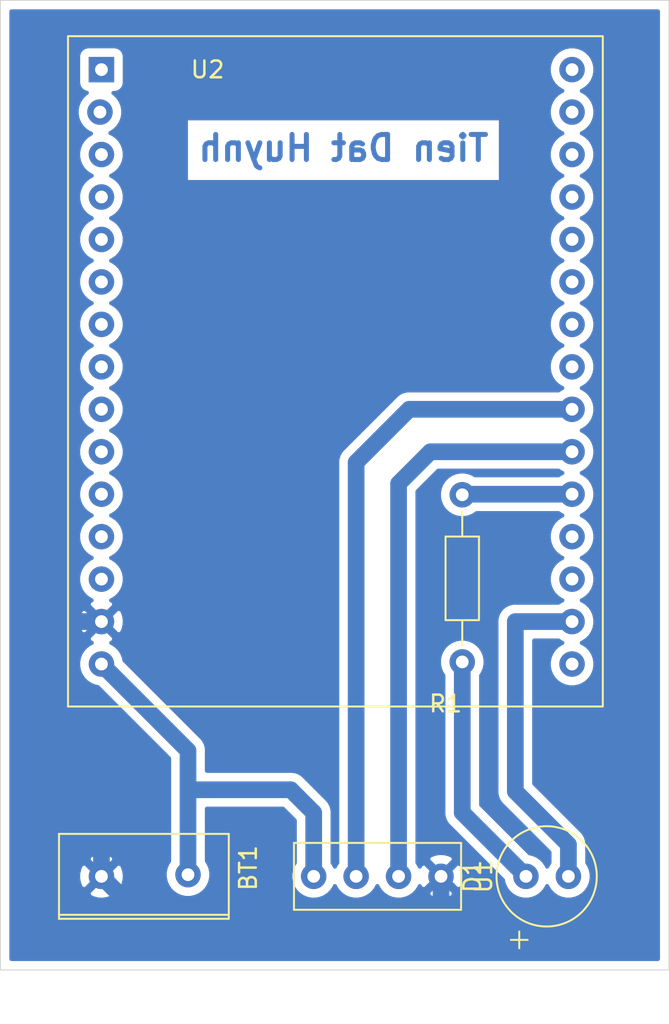
<source format=kicad_pcb>
(kicad_pcb (version 20171130) (host pcbnew 5.1.9-73d0e3b20d~88~ubuntu20.04.1)

  (general
    (thickness 1.6)
    (drawings 5)
    (tracks 28)
    (zones 0)
    (modules 5)
    (nets 32)
  )

  (page A4)
  (layers
    (0 F.Cu signal)
    (31 B.Cu signal)
    (32 B.Adhes user)
    (33 F.Adhes user)
    (34 B.Paste user)
    (35 F.Paste user)
    (36 B.SilkS user)
    (37 F.SilkS user)
    (38 B.Mask user)
    (39 F.Mask user)
    (40 Dwgs.User user)
    (41 Cmts.User user)
    (42 Eco1.User user)
    (43 Eco2.User user)
    (44 Edge.Cuts user)
    (45 Margin user)
    (46 B.CrtYd user)
    (47 F.CrtYd user)
    (48 B.Fab user)
    (49 F.Fab user)
  )

  (setup
    (last_trace_width 0.25)
    (user_trace_width 1)
    (trace_clearance 0.2)
    (zone_clearance 0.508)
    (zone_45_only no)
    (trace_min 0.2)
    (via_size 0.8)
    (via_drill 0.4)
    (via_min_size 0.4)
    (via_min_drill 0.3)
    (uvia_size 0.3)
    (uvia_drill 0.1)
    (uvias_allowed no)
    (uvia_min_size 0.2)
    (uvia_min_drill 0.1)
    (edge_width 0.05)
    (segment_width 0.2)
    (pcb_text_width 0.3)
    (pcb_text_size 1.5 1.5)
    (mod_edge_width 0.12)
    (mod_text_size 1 1)
    (mod_text_width 0.15)
    (pad_size 1.524 1.524)
    (pad_drill 0.762)
    (pad_to_mask_clearance 0)
    (aux_axis_origin 0 0)
    (visible_elements FFFFFF7F)
    (pcbplotparams
      (layerselection 0x010fc_ffffffff)
      (usegerberextensions false)
      (usegerberattributes true)
      (usegerberadvancedattributes true)
      (creategerberjobfile true)
      (excludeedgelayer true)
      (linewidth 0.100000)
      (plotframeref false)
      (viasonmask false)
      (mode 1)
      (useauxorigin false)
      (hpglpennumber 1)
      (hpglpenspeed 20)
      (hpglpendiameter 15.000000)
      (psnegative false)
      (psa4output false)
      (plotreference true)
      (plotvalue true)
      (plotinvisibletext false)
      (padsonsilk false)
      (subtractmaskfromsilk false)
      (outputformat 1)
      (mirror false)
      (drillshape 1)
      (scaleselection 1)
      (outputdirectory ""))
  )

  (net 0 "")
  (net 1 "Net-(BT1-Pad1)")
  (net 2 "Net-(BT1-Pad2)")
  (net 3 "Net-(D1-Pad1)")
  (net 4 "Net-(D1-Pad2)")
  (net 5 "Net-(R1-Pad2)")
  (net 6 "Net-(U1-Pad2)")
  (net 7 "Net-(U1-Pad3)")
  (net 8 "Net-(U2-Pad1)")
  (net 9 "Net-(U2-Pad2)")
  (net 10 "Net-(U2-Pad3)")
  (net 11 "Net-(U2-Pad4)")
  (net 12 "Net-(U2-Pad5)")
  (net 13 "Net-(U2-Pad6)")
  (net 14 "Net-(U2-Pad7)")
  (net 15 "Net-(U2-Pad8)")
  (net 16 "Net-(U2-Pad9)")
  (net 17 "Net-(U2-Pad10)")
  (net 18 "Net-(U2-Pad11)")
  (net 19 "Net-(U2-Pad12)")
  (net 20 "Net-(U2-Pad13)")
  (net 21 "Net-(U2-Pad16)")
  (net 22 "Net-(U2-Pad18)")
  (net 23 "Net-(U2-Pad19)")
  (net 24 "Net-(U2-Pad23)")
  (net 25 "Net-(U2-Pad24)")
  (net 26 "Net-(U2-Pad25)")
  (net 27 "Net-(U2-Pad26)")
  (net 28 "Net-(U2-Pad27)")
  (net 29 "Net-(U2-Pad28)")
  (net 30 "Net-(U2-Pad29)")
  (net 31 "Net-(U2-Pad30)")

  (net_class Default "This is the default net class."
    (clearance 0.2)
    (trace_width 0.25)
    (via_dia 0.8)
    (via_drill 0.4)
    (uvia_dia 0.3)
    (uvia_drill 0.1)
    (add_net "Net-(BT1-Pad1)")
    (add_net "Net-(BT1-Pad2)")
    (add_net "Net-(D1-Pad1)")
    (add_net "Net-(D1-Pad2)")
    (add_net "Net-(R1-Pad2)")
    (add_net "Net-(U1-Pad2)")
    (add_net "Net-(U1-Pad3)")
    (add_net "Net-(U2-Pad1)")
    (add_net "Net-(U2-Pad10)")
    (add_net "Net-(U2-Pad11)")
    (add_net "Net-(U2-Pad12)")
    (add_net "Net-(U2-Pad13)")
    (add_net "Net-(U2-Pad16)")
    (add_net "Net-(U2-Pad18)")
    (add_net "Net-(U2-Pad19)")
    (add_net "Net-(U2-Pad2)")
    (add_net "Net-(U2-Pad23)")
    (add_net "Net-(U2-Pad24)")
    (add_net "Net-(U2-Pad25)")
    (add_net "Net-(U2-Pad26)")
    (add_net "Net-(U2-Pad27)")
    (add_net "Net-(U2-Pad28)")
    (add_net "Net-(U2-Pad29)")
    (add_net "Net-(U2-Pad3)")
    (add_net "Net-(U2-Pad30)")
    (add_net "Net-(U2-Pad4)")
    (add_net "Net-(U2-Pad5)")
    (add_net "Net-(U2-Pad6)")
    (add_net "Net-(U2-Pad7)")
    (add_net "Net-(U2-Pad8)")
    (add_net "Net-(U2-Pad9)")
  )

  (module Light_Remote:Domino_2_5.05mm (layer F.Cu) (tedit 5FCAF1AB) (tstamp 5FFDFAAB)
    (at 111.125 152.4 270)
    (path /5FFC878E)
    (fp_text reference BT1 (at -0.5 -3.7 90) (layer F.SilkS)
      (effects (font (size 1 1) (thickness 0.15)))
    )
    (fp_text value Battery_Pins (at 4.1 8.8 90) (layer F.Fab)
      (effects (font (size 1 1) (thickness 0.15)))
    )
    (fp_line (start 2.3 -2.5) (end 2.3 7.6) (layer F.SilkS) (width 0.12))
    (fp_line (start -2.54 7.62) (end -2.54 -2.54) (layer F.SilkS) (width 0.12))
    (fp_line (start 2.54 7.62) (end -2.54 7.62) (layer F.SilkS) (width 0.12))
    (fp_line (start 2.54 -2.54) (end 2.54 7.62) (layer F.SilkS) (width 0.12))
    (fp_line (start -2.54 -2.54) (end 2.54 -2.54) (layer F.SilkS) (width 0.12))
    (pad 1 thru_hole circle (at -0.1 -0.1 270) (size 1.524 1.524) (drill 0.762) (layers *.Cu *.Mask)
      (net 1 "Net-(BT1-Pad1)"))
    (pad 2 thru_hole circle (at 0 5.08 270) (size 1.524 1.524) (drill 0.762) (layers *.Cu *.Mask)
      (net 2 "Net-(BT1-Pad2)"))
  )

  (module Light_Remote:Led (layer F.Cu) (tedit 5FCAEF48) (tstamp 5FFDFDC4)
    (at 131.445 152.4 90)
    (path /5FFC9544)
    (fp_text reference D1 (at 0 -3.2 90) (layer F.SilkS)
      (effects (font (size 1 1) (thickness 0.15)))
    )
    (fp_text value LED (at 0 6 90) (layer F.Fab)
      (effects (font (size 1 1) (thickness 0.15)))
    )
    (fp_line (start -3.8 0.1) (end -3.8 -0.9) (layer F.SilkS) (width 0.12))
    (fp_line (start -4.3 -0.4) (end -3.3 -0.4) (layer F.SilkS) (width 0.12))
    (fp_circle (center 0 1.24) (end 3 1.24) (layer F.SilkS) (width 0.12))
    (pad 1 thru_hole circle (at 0 0 90) (size 1.524 1.524) (drill 0.762) (layers *.Cu *.Mask)
      (net 3 "Net-(D1-Pad1)"))
    (pad 2 thru_hole circle (at 0 2.54 90) (size 1.524 1.524) (drill 0.762) (layers *.Cu *.Mask)
      (net 4 "Net-(D1-Pad2)"))
  )

  (module Light_Remote:Resistor (layer F.Cu) (tedit 5FCAEDDC) (tstamp 5FFDF8FE)
    (at 127.635 139.573 180)
    (path /5FFC9C81)
    (fp_text reference R1 (at 1 -2.5) (layer F.SilkS)
      (effects (font (size 1 1) (thickness 0.15)))
    )
    (fp_text value Resistor (at 2 13) (layer F.Fab)
      (effects (font (size 1 1) (thickness 0.15)))
    )
    (fp_line (start 0 8.5) (end 0 9) (layer F.SilkS) (width 0.12))
    (fp_line (start 0 1.5) (end 0 1) (layer F.SilkS) (width 0.12))
    (fp_line (start 0 7.5) (end 0 8.5) (layer F.SilkS) (width 0.12))
    (fp_line (start 0 2.5) (end 0 1.5) (layer F.SilkS) (width 0.12))
    (fp_line (start -1 7.5) (end -1 2.5) (layer F.SilkS) (width 0.12))
    (fp_line (start 1 7.5) (end -1 7.5) (layer F.SilkS) (width 0.12))
    (fp_line (start 1 2.5) (end 1 7.5) (layer F.SilkS) (width 0.12))
    (fp_line (start -1 2.5) (end 1 2.5) (layer F.SilkS) (width 0.12))
    (pad 1 thru_hole circle (at 0 0 180) (size 1.524 1.524) (drill 0.762) (layers *.Cu *.Mask)
      (net 3 "Net-(D1-Pad1)"))
    (pad 2 thru_hole circle (at 0 10 180) (size 1.524 1.524) (drill 0.762) (layers *.Cu *.Mask)
      (net 5 "Net-(R1-Pad2)"))
  )

  (module Light_Remote:Module_Relay (layer F.Cu) (tedit 5FFC6D8D) (tstamp 5FFDF90A)
    (at 126.365 152.4 270)
    (path /5FFDD21E)
    (fp_text reference U1 (at 0 -2.54 90) (layer F.SilkS)
      (effects (font (size 1 1) (thickness 0.15)))
    )
    (fp_text value Module_Relay (at 2.54 10.16 90) (layer F.Fab)
      (effects (font (size 1 1) (thickness 0.15)))
    )
    (fp_line (start -2 8.8) (end 2 8.8) (layer F.SilkS) (width 0.12))
    (fp_line (start -2 -1.2) (end 2 -1.2) (layer F.SilkS) (width 0.12))
    (fp_line (start 2 -1.2) (end 2 8.8) (layer F.SilkS) (width 0.12))
    (fp_line (start -2 -1.2) (end -2 8.8) (layer F.SilkS) (width 0.12))
    (pad 1 thru_hole circle (at 0 0 270) (size 1.524 1.524) (drill 0.762) (layers *.Cu *.Mask)
      (net 2 "Net-(BT1-Pad2)"))
    (pad 2 thru_hole circle (at 0 2.54 270) (size 1.524 1.524) (drill 0.762) (layers *.Cu *.Mask)
      (net 6 "Net-(U1-Pad2)"))
    (pad 3 thru_hole circle (at 0 5.08 270) (size 1.524 1.524) (drill 0.762) (layers *.Cu *.Mask)
      (net 7 "Net-(U1-Pad3)"))
    (pad 4 thru_hole circle (at 0 7.62 270) (size 1.524 1.524) (drill 0.762) (layers *.Cu *.Mask)
      (net 1 "Net-(BT1-Pad1)"))
  )

  (module Light_Remote:ESP8266_Node (layer F.Cu) (tedit 5FFD9248) (tstamp 5FFDF930)
    (at 106.045 104.14)
    (path /5FFC7CFF)
    (fp_text reference U2 (at 6.35 0) (layer F.SilkS)
      (effects (font (size 1 1) (thickness 0.15)))
    )
    (fp_text value ESP8266 (at 14.605 0.635) (layer F.Fab)
      (effects (font (size 1 1) (thickness 0.15)))
    )
    (fp_line (start -2 -2) (end 30 -2) (layer F.SilkS) (width 0.12))
    (fp_line (start 30 -2) (end 30 38.1) (layer F.SilkS) (width 0.12))
    (fp_line (start 30 38.1) (end -2 38.1) (layer F.SilkS) (width 0.12))
    (fp_line (start -2 -2) (end -2 38.1) (layer F.SilkS) (width 0.12))
    (pad 1 thru_hole rect (at 0 0) (size 1.524 1.524) (drill 0.762) (layers *.Cu *.Mask)
      (net 8 "Net-(U2-Pad1)"))
    (pad 2 thru_hole circle (at -0.0889 2.54) (size 1.524 1.524) (drill 0.762) (layers *.Cu *.Mask)
      (net 9 "Net-(U2-Pad2)"))
    (pad 3 thru_hole circle (at 0 5.08) (size 1.524 1.524) (drill 0.762) (layers *.Cu *.Mask)
      (net 10 "Net-(U2-Pad3)"))
    (pad 4 thru_hole circle (at 0 7.62) (size 1.524 1.524) (drill 0.762) (layers *.Cu *.Mask)
      (net 11 "Net-(U2-Pad4)"))
    (pad 5 thru_hole circle (at 0 10.16) (size 1.524 1.524) (drill 0.762) (layers *.Cu *.Mask)
      (net 12 "Net-(U2-Pad5)"))
    (pad 6 thru_hole circle (at 0 12.7) (size 1.524 1.524) (drill 0.762) (layers *.Cu *.Mask)
      (net 13 "Net-(U2-Pad6)"))
    (pad 7 thru_hole circle (at 0 15.24) (size 1.524 1.524) (drill 0.762) (layers *.Cu *.Mask)
      (net 14 "Net-(U2-Pad7)"))
    (pad 8 thru_hole circle (at 0 17.78) (size 1.524 1.524) (drill 0.762) (layers *.Cu *.Mask)
      (net 15 "Net-(U2-Pad8)"))
    (pad 9 thru_hole circle (at 0 20.32) (size 1.524 1.524) (drill 0.762) (layers *.Cu *.Mask)
      (net 16 "Net-(U2-Pad9)"))
    (pad 10 thru_hole circle (at 0 22.86) (size 1.524 1.524) (drill 0.762) (layers *.Cu *.Mask)
      (net 17 "Net-(U2-Pad10)"))
    (pad 11 thru_hole circle (at 0 25.4) (size 1.524 1.524) (drill 0.762) (layers *.Cu *.Mask)
      (net 18 "Net-(U2-Pad11)"))
    (pad 12 thru_hole circle (at 0 27.94) (size 1.524 1.524) (drill 0.762) (layers *.Cu *.Mask)
      (net 19 "Net-(U2-Pad12)"))
    (pad 13 thru_hole circle (at 0 30.48) (size 1.524 1.524) (drill 0.762) (layers *.Cu *.Mask)
      (net 20 "Net-(U2-Pad13)"))
    (pad 14 thru_hole circle (at 0 33.02) (size 1.524 1.524) (drill 0.762) (layers *.Cu *.Mask)
      (net 2 "Net-(BT1-Pad2)"))
    (pad 15 thru_hole circle (at 0 35.56) (size 1.524 1.524) (drill 0.762) (layers *.Cu *.Mask)
      (net 1 "Net-(BT1-Pad1)"))
    (pad 16 thru_hole circle (at 28.16 35.56) (size 1.524 1.524) (drill 0.762) (layers *.Cu *.Mask)
      (net 21 "Net-(U2-Pad16)"))
    (pad 17 thru_hole circle (at 28.16 33.02) (size 1.524 1.524) (drill 0.762) (layers *.Cu *.Mask)
      (net 4 "Net-(D1-Pad2)"))
    (pad 18 thru_hole circle (at 28.16 30.48) (size 1.524 1.524) (drill 0.762) (layers *.Cu *.Mask)
      (net 22 "Net-(U2-Pad18)"))
    (pad 19 thru_hole circle (at 28.16 27.94) (size 1.524 1.524) (drill 0.762) (layers *.Cu *.Mask)
      (net 23 "Net-(U2-Pad19)"))
    (pad 20 thru_hole circle (at 28.16 25.4) (size 1.524 1.524) (drill 0.762) (layers *.Cu *.Mask)
      (net 5 "Net-(R1-Pad2)"))
    (pad 21 thru_hole circle (at 28.16 22.86) (size 1.524 1.524) (drill 0.762) (layers *.Cu *.Mask)
      (net 6 "Net-(U1-Pad2)"))
    (pad 22 thru_hole circle (at 28.16 20.32) (size 1.524 1.524) (drill 0.762) (layers *.Cu *.Mask)
      (net 7 "Net-(U1-Pad3)"))
    (pad 23 thru_hole circle (at 28.16 17.78) (size 1.524 1.524) (drill 0.762) (layers *.Cu *.Mask)
      (net 24 "Net-(U2-Pad23)"))
    (pad 24 thru_hole circle (at 28.16 15.24) (size 1.524 1.524) (drill 0.762) (layers *.Cu *.Mask)
      (net 25 "Net-(U2-Pad24)"))
    (pad 25 thru_hole circle (at 28.16 12.7) (size 1.524 1.524) (drill 0.762) (layers *.Cu *.Mask)
      (net 26 "Net-(U2-Pad25)"))
    (pad 26 thru_hole circle (at 28.16 10.16) (size 1.524 1.524) (drill 0.762) (layers *.Cu *.Mask)
      (net 27 "Net-(U2-Pad26)"))
    (pad 27 thru_hole circle (at 28.16 7.62) (size 1.524 1.524) (drill 0.762) (layers *.Cu *.Mask)
      (net 28 "Net-(U2-Pad27)"))
    (pad 28 thru_hole circle (at 28.16 5.08) (size 1.524 1.524) (drill 0.762) (layers *.Cu *.Mask)
      (net 29 "Net-(U2-Pad28)"))
    (pad 29 thru_hole circle (at 28.16 2.54) (size 1.524 1.524) (drill 0.762) (layers *.Cu *.Mask)
      (net 30 "Net-(U2-Pad29)"))
    (pad 30 thru_hole circle (at 28.16 0) (size 1.524 1.524) (drill 0.762) (layers *.Cu *.Mask)
      (net 31 "Net-(U2-Pad30)"))
  )

  (gr_text "Tien Dat Huynh" (at 120.523 108.839) (layer B.Cu)
    (effects (font (size 1.5 1.5) (thickness 0.3)) (justify mirror))
  )
  (gr_line (start 100 158) (end 140 158) (layer Edge.Cuts) (width 0.05) (tstamp 5FFDF595))
  (gr_line (start 100 100) (end 140 100) (layer Edge.Cuts) (width 0.05) (tstamp 5FFDF57F))
  (gr_line (start 100 100) (end 100 158) (layer Edge.Cuts) (width 0.05) (tstamp 5FFDF57F))
  (gr_line (start 140 100) (end 140 158) (layer Edge.Cuts) (width 0.05))

  (segment (start 111.225 144.88) (end 106.045 139.7) (width 1) (layer B.Cu) (net 1))
  (segment (start 118.745 152.4) (end 118.745 148.59) (width 1) (layer B.Cu) (net 1))
  (segment (start 117.375 147.22) (end 111.225 147.22) (width 1) (layer B.Cu) (net 1))
  (segment (start 118.745 148.59) (end 117.375 147.22) (width 1) (layer B.Cu) (net 1))
  (segment (start 111.225 147.22) (end 111.225 144.88) (width 1) (layer B.Cu) (net 1))
  (segment (start 111.225 152.3) (end 111.225 147.22) (width 1) (layer B.Cu) (net 1))
  (segment (start 126.365 152.4) (end 126.365 154.94) (width 1) (layer B.Cu) (net 2))
  (segment (start 108.585 154.94) (end 106.045 152.4) (width 1) (layer B.Cu) (net 2))
  (segment (start 126.365 154.94) (end 108.585 154.94) (width 1) (layer B.Cu) (net 2))
  (segment (start 103.505 137.16) (end 106.045 137.16) (width 1) (layer B.Cu) (net 2))
  (segment (start 102.235 138.43) (end 103.505 137.16) (width 1) (layer B.Cu) (net 2))
  (segment (start 102.235 143.51) (end 102.235 138.43) (width 1) (layer B.Cu) (net 2))
  (segment (start 106.045 147.32) (end 102.235 143.51) (width 1) (layer B.Cu) (net 2))
  (segment (start 106.045 152.4) (end 106.045 147.32) (width 1) (layer B.Cu) (net 2))
  (segment (start 127.635 148.59) (end 131.445 152.4) (width 1) (layer B.Cu) (net 3))
  (segment (start 127.635 139.573) (end 127.635 148.59) (width 1) (layer B.Cu) (net 3))
  (segment (start 133.985 152.4) (end 133.985 150.495) (width 1) (layer B.Cu) (net 4))
  (segment (start 133.985 150.495) (end 130.81 147.32) (width 1) (layer B.Cu) (net 4))
  (segment (start 130.81 147.32) (end 130.81 137.16) (width 1) (layer B.Cu) (net 4))
  (segment (start 130.81 137.16) (end 134.205 137.16) (width 1) (layer B.Cu) (net 4))
  (segment (start 127.668 129.54) (end 127.635 129.573) (width 1) (layer B.Cu) (net 5))
  (segment (start 134.205 129.54) (end 127.668 129.54) (width 1) (layer B.Cu) (net 5))
  (segment (start 125.73 127) (end 134.205 127) (width 1) (layer B.Cu) (net 6))
  (segment (start 123.825 128.905) (end 125.73 127) (width 1) (layer B.Cu) (net 6))
  (segment (start 123.825 152.4) (end 123.825 128.905) (width 1) (layer B.Cu) (net 6))
  (segment (start 121.285 152.4) (end 121.285 127.635) (width 1) (layer B.Cu) (net 7))
  (segment (start 124.46 124.46) (end 134.205 124.46) (width 1) (layer B.Cu) (net 7))
  (segment (start 121.285 127.635) (end 124.46 124.46) (width 1) (layer B.Cu) (net 7))

  (zone (net 2) (net_name "Net-(BT1-Pad2)") (layer B.Cu) (tstamp 0) (hatch full 0.508)
    (connect_pads (clearance 0.508))
    (min_thickness 0.254)
    (fill yes (arc_segments 32) (thermal_gap 0.508) (thermal_bridge_width 0.508))
    (polygon
      (pts
        (xy 139.97432 157.9753) (xy 100.0252 157.9753) (xy 100.0252 100.02266) (xy 139.97686 100.02266)
      )
    )
    (filled_polygon
      (pts
        (xy 139.340001 157.34) (xy 100.66 157.34) (xy 100.66 153.365565) (xy 105.25904 153.365565) (xy 105.32602 153.605656)
        (xy 105.575048 153.722756) (xy 105.842135 153.789023) (xy 106.117017 153.80191) (xy 106.389133 153.760922) (xy 106.648023 153.667636)
        (xy 106.76398 153.605656) (xy 106.83096 153.365565) (xy 106.045 152.579605) (xy 105.25904 153.365565) (xy 100.66 153.365565)
        (xy 100.66 152.472017) (xy 104.64309 152.472017) (xy 104.684078 152.744133) (xy 104.777364 153.003023) (xy 104.839344 153.11898)
        (xy 105.079435 153.18596) (xy 105.865395 152.4) (xy 106.224605 152.4) (xy 107.010565 153.18596) (xy 107.250656 153.11898)
        (xy 107.367756 152.869952) (xy 107.434023 152.602865) (xy 107.44691 152.327983) (xy 107.405922 152.055867) (xy 107.312636 151.796977)
        (xy 107.250656 151.68102) (xy 107.010565 151.61404) (xy 106.224605 152.4) (xy 105.865395 152.4) (xy 105.079435 151.61404)
        (xy 104.839344 151.68102) (xy 104.722244 151.930048) (xy 104.655977 152.197135) (xy 104.64309 152.472017) (xy 100.66 152.472017)
        (xy 100.66 151.434435) (xy 105.25904 151.434435) (xy 106.045 152.220395) (xy 106.83096 151.434435) (xy 106.76398 151.194344)
        (xy 106.514952 151.077244) (xy 106.247865 151.010977) (xy 105.972983 150.99809) (xy 105.700867 151.039078) (xy 105.441977 151.132364)
        (xy 105.32602 151.194344) (xy 105.25904 151.434435) (xy 100.66 151.434435) (xy 100.66 139.562408) (xy 104.648 139.562408)
        (xy 104.648 139.837592) (xy 104.701686 140.10749) (xy 104.806995 140.361727) (xy 104.95988 140.590535) (xy 105.154465 140.78512)
        (xy 105.383273 140.938005) (xy 105.63751 141.043314) (xy 105.819354 141.079485) (xy 110.090001 145.350133) (xy 110.09 147.164248)
        (xy 110.084509 147.22) (xy 110.090001 147.275762) (xy 110.09 151.484115) (xy 109.986995 151.638273) (xy 109.881686 151.89251)
        (xy 109.828 152.162408) (xy 109.828 152.437592) (xy 109.881686 152.70749) (xy 109.986995 152.961727) (xy 110.13988 153.190535)
        (xy 110.334465 153.38512) (xy 110.563273 153.538005) (xy 110.81751 153.643314) (xy 111.087408 153.697) (xy 111.362592 153.697)
        (xy 111.63249 153.643314) (xy 111.886727 153.538005) (xy 112.115535 153.38512) (xy 112.31012 153.190535) (xy 112.463005 152.961727)
        (xy 112.568314 152.70749) (xy 112.622 152.437592) (xy 112.622 152.162408) (xy 112.568314 151.89251) (xy 112.463005 151.638273)
        (xy 112.36 151.484116) (xy 112.36 148.355) (xy 116.904868 148.355) (xy 117.610001 149.060133) (xy 117.61 151.584115)
        (xy 117.506995 151.738273) (xy 117.401686 151.99251) (xy 117.348 152.262408) (xy 117.348 152.537592) (xy 117.401686 152.80749)
        (xy 117.506995 153.061727) (xy 117.65988 153.290535) (xy 117.854465 153.48512) (xy 118.083273 153.638005) (xy 118.33751 153.743314)
        (xy 118.607408 153.797) (xy 118.882592 153.797) (xy 119.15249 153.743314) (xy 119.406727 153.638005) (xy 119.635535 153.48512)
        (xy 119.83012 153.290535) (xy 119.983005 153.061727) (xy 120.015 152.984485) (xy 120.046995 153.061727) (xy 120.19988 153.290535)
        (xy 120.394465 153.48512) (xy 120.623273 153.638005) (xy 120.87751 153.743314) (xy 121.147408 153.797) (xy 121.422592 153.797)
        (xy 121.69249 153.743314) (xy 121.946727 153.638005) (xy 122.175535 153.48512) (xy 122.37012 153.290535) (xy 122.523005 153.061727)
        (xy 122.555 152.984485) (xy 122.586995 153.061727) (xy 122.73988 153.290535) (xy 122.934465 153.48512) (xy 123.163273 153.638005)
        (xy 123.41751 153.743314) (xy 123.687408 153.797) (xy 123.962592 153.797) (xy 124.23249 153.743314) (xy 124.486727 153.638005)
        (xy 124.715535 153.48512) (xy 124.83509 153.365565) (xy 125.57904 153.365565) (xy 125.64602 153.605656) (xy 125.895048 153.722756)
        (xy 126.162135 153.789023) (xy 126.437017 153.80191) (xy 126.709133 153.760922) (xy 126.968023 153.667636) (xy 127.08398 153.605656)
        (xy 127.15096 153.365565) (xy 126.365 152.579605) (xy 125.57904 153.365565) (xy 124.83509 153.365565) (xy 124.91012 153.290535)
        (xy 125.063005 153.061727) (xy 125.092692 152.990057) (xy 125.097364 153.003023) (xy 125.159344 153.11898) (xy 125.399435 153.18596)
        (xy 126.185395 152.4) (xy 126.544605 152.4) (xy 127.330565 153.18596) (xy 127.570656 153.11898) (xy 127.687756 152.869952)
        (xy 127.754023 152.602865) (xy 127.76691 152.327983) (xy 127.725922 152.055867) (xy 127.632636 151.796977) (xy 127.570656 151.68102)
        (xy 127.330565 151.61404) (xy 126.544605 152.4) (xy 126.185395 152.4) (xy 125.399435 151.61404) (xy 125.159344 151.68102)
        (xy 125.095515 151.81676) (xy 125.063005 151.738273) (xy 124.96 151.584116) (xy 124.96 151.434435) (xy 125.57904 151.434435)
        (xy 126.365 152.220395) (xy 127.15096 151.434435) (xy 127.08398 151.194344) (xy 126.834952 151.077244) (xy 126.567865 151.010977)
        (xy 126.292983 150.99809) (xy 126.020867 151.039078) (xy 125.761977 151.132364) (xy 125.64602 151.194344) (xy 125.57904 151.434435)
        (xy 124.96 151.434435) (xy 124.96 129.375131) (xy 126.200132 128.135) (xy 133.389116 128.135) (xy 133.543273 128.238005)
        (xy 133.620515 128.27) (xy 133.543273 128.301995) (xy 133.389116 128.405) (xy 128.401497 128.405) (xy 128.296727 128.334995)
        (xy 128.04249 128.229686) (xy 127.772592 128.176) (xy 127.497408 128.176) (xy 127.22751 128.229686) (xy 126.973273 128.334995)
        (xy 126.744465 128.48788) (xy 126.54988 128.682465) (xy 126.396995 128.911273) (xy 126.291686 129.16551) (xy 126.238 129.435408)
        (xy 126.238 129.710592) (xy 126.291686 129.98049) (xy 126.396995 130.234727) (xy 126.54988 130.463535) (xy 126.744465 130.65812)
        (xy 126.973273 130.811005) (xy 127.22751 130.916314) (xy 127.497408 130.97) (xy 127.772592 130.97) (xy 128.04249 130.916314)
        (xy 128.296727 130.811005) (xy 128.500272 130.675) (xy 133.389116 130.675) (xy 133.543273 130.778005) (xy 133.620515 130.81)
        (xy 133.543273 130.841995) (xy 133.314465 130.99488) (xy 133.11988 131.189465) (xy 132.966995 131.418273) (xy 132.861686 131.67251)
        (xy 132.808 131.942408) (xy 132.808 132.217592) (xy 132.861686 132.48749) (xy 132.966995 132.741727) (xy 133.11988 132.970535)
        (xy 133.314465 133.16512) (xy 133.543273 133.318005) (xy 133.620515 133.35) (xy 133.543273 133.381995) (xy 133.314465 133.53488)
        (xy 133.11988 133.729465) (xy 132.966995 133.958273) (xy 132.861686 134.21251) (xy 132.808 134.482408) (xy 132.808 134.757592)
        (xy 132.861686 135.02749) (xy 132.966995 135.281727) (xy 133.11988 135.510535) (xy 133.314465 135.70512) (xy 133.543273 135.858005)
        (xy 133.620515 135.89) (xy 133.543273 135.921995) (xy 133.389116 136.025) (xy 130.865752 136.025) (xy 130.81 136.019509)
        (xy 130.754249 136.025) (xy 130.754248 136.025) (xy 130.587501 136.041423) (xy 130.373553 136.106324) (xy 130.176377 136.211716)
        (xy 130.003551 136.353551) (xy 129.861716 136.526377) (xy 129.756324 136.723553) (xy 129.691423 136.937501) (xy 129.669509 137.16)
        (xy 129.675001 137.215762) (xy 129.675 147.264248) (xy 129.669509 147.32) (xy 129.675 147.375751) (xy 129.691423 147.542498)
        (xy 129.756324 147.756446) (xy 129.861716 147.953623) (xy 130.003551 148.126449) (xy 130.046865 148.161996) (xy 132.850001 150.965133)
        (xy 132.85 151.584115) (xy 132.746995 151.738273) (xy 132.715 151.815515) (xy 132.683005 151.738273) (xy 132.53012 151.509465)
        (xy 132.335535 151.31488) (xy 132.106727 151.161995) (xy 131.85249 151.056686) (xy 131.670648 151.020515) (xy 128.77 148.119869)
        (xy 128.77 140.388884) (xy 128.873005 140.234727) (xy 128.978314 139.98049) (xy 129.032 139.710592) (xy 129.032 139.435408)
        (xy 128.978314 139.16551) (xy 128.873005 138.911273) (xy 128.72012 138.682465) (xy 128.525535 138.48788) (xy 128.296727 138.334995)
        (xy 128.04249 138.229686) (xy 127.772592 138.176) (xy 127.497408 138.176) (xy 127.22751 138.229686) (xy 126.973273 138.334995)
        (xy 126.744465 138.48788) (xy 126.54988 138.682465) (xy 126.396995 138.911273) (xy 126.291686 139.16551) (xy 126.238 139.435408)
        (xy 126.238 139.710592) (xy 126.291686 139.98049) (xy 126.396995 140.234727) (xy 126.5 140.388885) (xy 126.500001 148.534239)
        (xy 126.494509 148.59) (xy 126.516423 148.812498) (xy 126.581324 149.026446) (xy 126.581325 149.026447) (xy 126.686717 149.223623)
        (xy 126.828552 149.396449) (xy 126.871858 149.431989) (xy 130.065515 152.625648) (xy 130.101686 152.80749) (xy 130.206995 153.061727)
        (xy 130.35988 153.290535) (xy 130.554465 153.48512) (xy 130.783273 153.638005) (xy 131.03751 153.743314) (xy 131.307408 153.797)
        (xy 131.582592 153.797) (xy 131.85249 153.743314) (xy 132.106727 153.638005) (xy 132.335535 153.48512) (xy 132.53012 153.290535)
        (xy 132.683005 153.061727) (xy 132.715 152.984485) (xy 132.746995 153.061727) (xy 132.89988 153.290535) (xy 133.094465 153.48512)
        (xy 133.323273 153.638005) (xy 133.57751 153.743314) (xy 133.847408 153.797) (xy 134.122592 153.797) (xy 134.39249 153.743314)
        (xy 134.646727 153.638005) (xy 134.875535 153.48512) (xy 135.07012 153.290535) (xy 135.223005 153.061727) (xy 135.328314 152.80749)
        (xy 135.382 152.537592) (xy 135.382 152.262408) (xy 135.328314 151.99251) (xy 135.223005 151.738273) (xy 135.12 151.584116)
        (xy 135.12 150.550751) (xy 135.125491 150.494999) (xy 135.103577 150.272501) (xy 135.038676 150.058553) (xy 134.933284 149.861377)
        (xy 134.791449 149.688551) (xy 134.748141 149.653009) (xy 131.945 146.849869) (xy 131.945 138.295) (xy 133.389116 138.295)
        (xy 133.543273 138.398005) (xy 133.620515 138.43) (xy 133.543273 138.461995) (xy 133.314465 138.61488) (xy 133.11988 138.809465)
        (xy 132.966995 139.038273) (xy 132.861686 139.29251) (xy 132.808 139.562408) (xy 132.808 139.837592) (xy 132.861686 140.10749)
        (xy 132.966995 140.361727) (xy 133.11988 140.590535) (xy 133.314465 140.78512) (xy 133.543273 140.938005) (xy 133.79751 141.043314)
        (xy 134.067408 141.097) (xy 134.342592 141.097) (xy 134.61249 141.043314) (xy 134.866727 140.938005) (xy 135.095535 140.78512)
        (xy 135.29012 140.590535) (xy 135.443005 140.361727) (xy 135.548314 140.10749) (xy 135.602 139.837592) (xy 135.602 139.562408)
        (xy 135.548314 139.29251) (xy 135.443005 139.038273) (xy 135.29012 138.809465) (xy 135.095535 138.61488) (xy 134.866727 138.461995)
        (xy 134.789485 138.43) (xy 134.866727 138.398005) (xy 135.095535 138.24512) (xy 135.29012 138.050535) (xy 135.443005 137.821727)
        (xy 135.548314 137.56749) (xy 135.602 137.297592) (xy 135.602 137.022408) (xy 135.548314 136.75251) (xy 135.443005 136.498273)
        (xy 135.29012 136.269465) (xy 135.095535 136.07488) (xy 134.866727 135.921995) (xy 134.789485 135.89) (xy 134.866727 135.858005)
        (xy 135.095535 135.70512) (xy 135.29012 135.510535) (xy 135.443005 135.281727) (xy 135.548314 135.02749) (xy 135.602 134.757592)
        (xy 135.602 134.482408) (xy 135.548314 134.21251) (xy 135.443005 133.958273) (xy 135.29012 133.729465) (xy 135.095535 133.53488)
        (xy 134.866727 133.381995) (xy 134.789485 133.35) (xy 134.866727 133.318005) (xy 135.095535 133.16512) (xy 135.29012 132.970535)
        (xy 135.443005 132.741727) (xy 135.548314 132.48749) (xy 135.602 132.217592) (xy 135.602 131.942408) (xy 135.548314 131.67251)
        (xy 135.443005 131.418273) (xy 135.29012 131.189465) (xy 135.095535 130.99488) (xy 134.866727 130.841995) (xy 134.789485 130.81)
        (xy 134.866727 130.778005) (xy 135.095535 130.62512) (xy 135.29012 130.430535) (xy 135.443005 130.201727) (xy 135.548314 129.94749)
        (xy 135.602 129.677592) (xy 135.602 129.402408) (xy 135.548314 129.13251) (xy 135.443005 128.878273) (xy 135.29012 128.649465)
        (xy 135.095535 128.45488) (xy 134.866727 128.301995) (xy 134.789485 128.27) (xy 134.866727 128.238005) (xy 135.095535 128.08512)
        (xy 135.29012 127.890535) (xy 135.443005 127.661727) (xy 135.548314 127.40749) (xy 135.602 127.137592) (xy 135.602 126.862408)
        (xy 135.548314 126.59251) (xy 135.443005 126.338273) (xy 135.29012 126.109465) (xy 135.095535 125.91488) (xy 134.866727 125.761995)
        (xy 134.789485 125.73) (xy 134.866727 125.698005) (xy 135.095535 125.54512) (xy 135.29012 125.350535) (xy 135.443005 125.121727)
        (xy 135.548314 124.86749) (xy 135.602 124.597592) (xy 135.602 124.322408) (xy 135.548314 124.05251) (xy 135.443005 123.798273)
        (xy 135.29012 123.569465) (xy 135.095535 123.37488) (xy 134.866727 123.221995) (xy 134.789485 123.19) (xy 134.866727 123.158005)
        (xy 135.095535 123.00512) (xy 135.29012 122.810535) (xy 135.443005 122.581727) (xy 135.548314 122.32749) (xy 135.602 122.057592)
        (xy 135.602 121.782408) (xy 135.548314 121.51251) (xy 135.443005 121.258273) (xy 135.29012 121.029465) (xy 135.095535 120.83488)
        (xy 134.866727 120.681995) (xy 134.789485 120.65) (xy 134.866727 120.618005) (xy 135.095535 120.46512) (xy 135.29012 120.270535)
        (xy 135.443005 120.041727) (xy 135.548314 119.78749) (xy 135.602 119.517592) (xy 135.602 119.242408) (xy 135.548314 118.97251)
        (xy 135.443005 118.718273) (xy 135.29012 118.489465) (xy 135.095535 118.29488) (xy 134.866727 118.141995) (xy 134.789485 118.11)
        (xy 134.866727 118.078005) (xy 135.095535 117.92512) (xy 135.29012 117.730535) (xy 135.443005 117.501727) (xy 135.548314 117.24749)
        (xy 135.602 116.977592) (xy 135.602 116.702408) (xy 135.548314 116.43251) (xy 135.443005 116.178273) (xy 135.29012 115.949465)
        (xy 135.095535 115.75488) (xy 134.866727 115.601995) (xy 134.789485 115.57) (xy 134.866727 115.538005) (xy 135.095535 115.38512)
        (xy 135.29012 115.190535) (xy 135.443005 114.961727) (xy 135.548314 114.70749) (xy 135.602 114.437592) (xy 135.602 114.162408)
        (xy 135.548314 113.89251) (xy 135.443005 113.638273) (xy 135.29012 113.409465) (xy 135.095535 113.21488) (xy 134.866727 113.061995)
        (xy 134.789485 113.03) (xy 134.866727 112.998005) (xy 135.095535 112.84512) (xy 135.29012 112.650535) (xy 135.443005 112.421727)
        (xy 135.548314 112.16749) (xy 135.602 111.897592) (xy 135.602 111.622408) (xy 135.548314 111.35251) (xy 135.443005 111.098273)
        (xy 135.29012 110.869465) (xy 135.095535 110.67488) (xy 134.866727 110.521995) (xy 134.789485 110.49) (xy 134.866727 110.458005)
        (xy 135.095535 110.30512) (xy 135.29012 110.110535) (xy 135.443005 109.881727) (xy 135.548314 109.62749) (xy 135.602 109.357592)
        (xy 135.602 109.082408) (xy 135.548314 108.81251) (xy 135.443005 108.558273) (xy 135.29012 108.329465) (xy 135.095535 108.13488)
        (xy 134.866727 107.981995) (xy 134.789485 107.95) (xy 134.866727 107.918005) (xy 135.095535 107.76512) (xy 135.29012 107.570535)
        (xy 135.443005 107.341727) (xy 135.548314 107.08749) (xy 135.602 106.817592) (xy 135.602 106.542408) (xy 135.548314 106.27251)
        (xy 135.443005 106.018273) (xy 135.29012 105.789465) (xy 135.095535 105.59488) (xy 134.866727 105.441995) (xy 134.789485 105.41)
        (xy 134.866727 105.378005) (xy 135.095535 105.22512) (xy 135.29012 105.030535) (xy 135.443005 104.801727) (xy 135.548314 104.54749)
        (xy 135.602 104.277592) (xy 135.602 104.002408) (xy 135.548314 103.73251) (xy 135.443005 103.478273) (xy 135.29012 103.249465)
        (xy 135.095535 103.05488) (xy 134.866727 102.901995) (xy 134.61249 102.796686) (xy 134.342592 102.743) (xy 134.067408 102.743)
        (xy 133.79751 102.796686) (xy 133.543273 102.901995) (xy 133.314465 103.05488) (xy 133.11988 103.249465) (xy 132.966995 103.478273)
        (xy 132.861686 103.73251) (xy 132.808 104.002408) (xy 132.808 104.277592) (xy 132.861686 104.54749) (xy 132.966995 104.801727)
        (xy 133.11988 105.030535) (xy 133.314465 105.22512) (xy 133.543273 105.378005) (xy 133.620515 105.41) (xy 133.543273 105.441995)
        (xy 133.314465 105.59488) (xy 133.11988 105.789465) (xy 132.966995 106.018273) (xy 132.861686 106.27251) (xy 132.808 106.542408)
        (xy 132.808 106.817592) (xy 132.861686 107.08749) (xy 132.966995 107.341727) (xy 133.11988 107.570535) (xy 133.314465 107.76512)
        (xy 133.543273 107.918005) (xy 133.620515 107.95) (xy 133.543273 107.981995) (xy 133.314465 108.13488) (xy 133.11988 108.329465)
        (xy 132.966995 108.558273) (xy 132.861686 108.81251) (xy 132.808 109.082408) (xy 132.808 109.357592) (xy 132.861686 109.62749)
        (xy 132.966995 109.881727) (xy 133.11988 110.110535) (xy 133.314465 110.30512) (xy 133.543273 110.458005) (xy 133.620515 110.49)
        (xy 133.543273 110.521995) (xy 133.314465 110.67488) (xy 133.11988 110.869465) (xy 132.966995 111.098273) (xy 132.861686 111.35251)
        (xy 132.808 111.622408) (xy 132.808 111.897592) (xy 132.861686 112.16749) (xy 132.966995 112.421727) (xy 133.11988 112.650535)
        (xy 133.314465 112.84512) (xy 133.543273 112.998005) (xy 133.620515 113.03) (xy 133.543273 113.061995) (xy 133.314465 113.21488)
        (xy 133.11988 113.409465) (xy 132.966995 113.638273) (xy 132.861686 113.89251) (xy 132.808 114.162408) (xy 132.808 114.437592)
        (xy 132.861686 114.70749) (xy 132.966995 114.961727) (xy 133.11988 115.190535) (xy 133.314465 115.38512) (xy 133.543273 115.538005)
        (xy 133.620515 115.57) (xy 133.543273 115.601995) (xy 133.314465 115.75488) (xy 133.11988 115.949465) (xy 132.966995 116.178273)
        (xy 132.861686 116.43251) (xy 132.808 116.702408) (xy 132.808 116.977592) (xy 132.861686 117.24749) (xy 132.966995 117.501727)
        (xy 133.11988 117.730535) (xy 133.314465 117.92512) (xy 133.543273 118.078005) (xy 133.620515 118.11) (xy 133.543273 118.141995)
        (xy 133.314465 118.29488) (xy 133.11988 118.489465) (xy 132.966995 118.718273) (xy 132.861686 118.97251) (xy 132.808 119.242408)
        (xy 132.808 119.517592) (xy 132.861686 119.78749) (xy 132.966995 120.041727) (xy 133.11988 120.270535) (xy 133.314465 120.46512)
        (xy 133.543273 120.618005) (xy 133.620515 120.65) (xy 133.543273 120.681995) (xy 133.314465 120.83488) (xy 133.11988 121.029465)
        (xy 132.966995 121.258273) (xy 132.861686 121.51251) (xy 132.808 121.782408) (xy 132.808 122.057592) (xy 132.861686 122.32749)
        (xy 132.966995 122.581727) (xy 133.11988 122.810535) (xy 133.314465 123.00512) (xy 133.543273 123.158005) (xy 133.620515 123.19)
        (xy 133.543273 123.221995) (xy 133.389116 123.325) (xy 124.515751 123.325) (xy 124.459999 123.319509) (xy 124.404248 123.325)
        (xy 124.237501 123.341423) (xy 124.023553 123.406324) (xy 123.826377 123.511716) (xy 123.653551 123.653551) (xy 123.618009 123.696859)
        (xy 120.52186 126.793009) (xy 120.478552 126.828551) (xy 120.336717 127.001377) (xy 120.280384 127.10677) (xy 120.231324 127.198554)
        (xy 120.166423 127.412502) (xy 120.144509 127.635) (xy 120.150001 127.690762) (xy 120.15 151.584115) (xy 120.046995 151.738273)
        (xy 120.015 151.815515) (xy 119.983005 151.738273) (xy 119.88 151.584116) (xy 119.88 148.645752) (xy 119.885491 148.59)
        (xy 119.863577 148.367501) (xy 119.798676 148.153553) (xy 119.693284 147.956377) (xy 119.586989 147.826856) (xy 119.586987 147.826854)
        (xy 119.551449 147.783551) (xy 119.508145 147.748012) (xy 118.216995 146.456864) (xy 118.181449 146.413551) (xy 118.008623 146.271716)
        (xy 117.811447 146.166324) (xy 117.597499 146.101423) (xy 117.430752 146.085) (xy 117.430751 146.085) (xy 117.375 146.079509)
        (xy 117.319249 146.085) (xy 112.36 146.085) (xy 112.36 144.935741) (xy 112.36549 144.879999) (xy 112.36 144.824257)
        (xy 112.36 144.824248) (xy 112.343577 144.657501) (xy 112.278676 144.443553) (xy 112.173284 144.246377) (xy 112.031449 144.073551)
        (xy 111.988141 144.038009) (xy 107.424485 139.474354) (xy 107.388314 139.29251) (xy 107.283005 139.038273) (xy 107.13012 138.809465)
        (xy 106.935535 138.61488) (xy 106.706727 138.461995) (xy 106.635057 138.432308) (xy 106.648023 138.427636) (xy 106.76398 138.365656)
        (xy 106.83096 138.125565) (xy 106.045 137.339605) (xy 105.25904 138.125565) (xy 105.32602 138.365656) (xy 105.46176 138.429485)
        (xy 105.383273 138.461995) (xy 105.154465 138.61488) (xy 104.95988 138.809465) (xy 104.806995 139.038273) (xy 104.701686 139.29251)
        (xy 104.648 139.562408) (xy 100.66 139.562408) (xy 100.66 137.232017) (xy 104.64309 137.232017) (xy 104.684078 137.504133)
        (xy 104.777364 137.763023) (xy 104.839344 137.87898) (xy 105.079435 137.94596) (xy 105.865395 137.16) (xy 106.224605 137.16)
        (xy 107.010565 137.94596) (xy 107.250656 137.87898) (xy 107.367756 137.629952) (xy 107.434023 137.362865) (xy 107.44691 137.087983)
        (xy 107.405922 136.815867) (xy 107.312636 136.556977) (xy 107.250656 136.44102) (xy 107.010565 136.37404) (xy 106.224605 137.16)
        (xy 105.865395 137.16) (xy 105.079435 136.37404) (xy 104.839344 136.44102) (xy 104.722244 136.690048) (xy 104.655977 136.957135)
        (xy 104.64309 137.232017) (xy 100.66 137.232017) (xy 100.66 106.542408) (xy 104.5591 106.542408) (xy 104.5591 106.817592)
        (xy 104.612786 107.08749) (xy 104.718095 107.341727) (xy 104.87098 107.570535) (xy 105.065565 107.76512) (xy 105.294373 107.918005)
        (xy 105.416065 107.968412) (xy 105.383273 107.981995) (xy 105.154465 108.13488) (xy 104.95988 108.329465) (xy 104.806995 108.558273)
        (xy 104.701686 108.81251) (xy 104.648 109.082408) (xy 104.648 109.357592) (xy 104.701686 109.62749) (xy 104.806995 109.881727)
        (xy 104.95988 110.110535) (xy 105.154465 110.30512) (xy 105.383273 110.458005) (xy 105.460515 110.49) (xy 105.383273 110.521995)
        (xy 105.154465 110.67488) (xy 104.95988 110.869465) (xy 104.806995 111.098273) (xy 104.701686 111.35251) (xy 104.648 111.622408)
        (xy 104.648 111.897592) (xy 104.701686 112.16749) (xy 104.806995 112.421727) (xy 104.95988 112.650535) (xy 105.154465 112.84512)
        (xy 105.383273 112.998005) (xy 105.460515 113.03) (xy 105.383273 113.061995) (xy 105.154465 113.21488) (xy 104.95988 113.409465)
        (xy 104.806995 113.638273) (xy 104.701686 113.89251) (xy 104.648 114.162408) (xy 104.648 114.437592) (xy 104.701686 114.70749)
        (xy 104.806995 114.961727) (xy 104.95988 115.190535) (xy 105.154465 115.38512) (xy 105.383273 115.538005) (xy 105.460515 115.57)
        (xy 105.383273 115.601995) (xy 105.154465 115.75488) (xy 104.95988 115.949465) (xy 104.806995 116.178273) (xy 104.701686 116.43251)
        (xy 104.648 116.702408) (xy 104.648 116.977592) (xy 104.701686 117.24749) (xy 104.806995 117.501727) (xy 104.95988 117.730535)
        (xy 105.154465 117.92512) (xy 105.383273 118.078005) (xy 105.460515 118.11) (xy 105.383273 118.141995) (xy 105.154465 118.29488)
        (xy 104.95988 118.489465) (xy 104.806995 118.718273) (xy 104.701686 118.97251) (xy 104.648 119.242408) (xy 104.648 119.517592)
        (xy 104.701686 119.78749) (xy 104.806995 120.041727) (xy 104.95988 120.270535) (xy 105.154465 120.46512) (xy 105.383273 120.618005)
        (xy 105.460515 120.65) (xy 105.383273 120.681995) (xy 105.154465 120.83488) (xy 104.95988 121.029465) (xy 104.806995 121.258273)
        (xy 104.701686 121.51251) (xy 104.648 121.782408) (xy 104.648 122.057592) (xy 104.701686 122.32749) (xy 104.806995 122.581727)
        (xy 104.95988 122.810535) (xy 105.154465 123.00512) (xy 105.383273 123.158005) (xy 105.460515 123.19) (xy 105.383273 123.221995)
        (xy 105.154465 123.37488) (xy 104.95988 123.569465) (xy 104.806995 123.798273) (xy 104.701686 124.05251) (xy 104.648 124.322408)
        (xy 104.648 124.597592) (xy 104.701686 124.86749) (xy 104.806995 125.121727) (xy 104.95988 125.350535) (xy 105.154465 125.54512)
        (xy 105.383273 125.698005) (xy 105.460515 125.73) (xy 105.383273 125.761995) (xy 105.154465 125.91488) (xy 104.95988 126.109465)
        (xy 104.806995 126.338273) (xy 104.701686 126.59251) (xy 104.648 126.862408) (xy 104.648 127.137592) (xy 104.701686 127.40749)
        (xy 104.806995 127.661727) (xy 104.95988 127.890535) (xy 105.154465 128.08512) (xy 105.383273 128.238005) (xy 105.460515 128.27)
        (xy 105.383273 128.301995) (xy 105.154465 128.45488) (xy 104.95988 128.649465) (xy 104.806995 128.878273) (xy 104.701686 129.13251)
        (xy 104.648 129.402408) (xy 104.648 129.677592) (xy 104.701686 129.94749) (xy 104.806995 130.201727) (xy 104.95988 130.430535)
        (xy 105.154465 130.62512) (xy 105.383273 130.778005) (xy 105.460515 130.81) (xy 105.383273 130.841995) (xy 105.154465 130.99488)
        (xy 104.95988 131.189465) (xy 104.806995 131.418273) (xy 104.701686 131.67251) (xy 104.648 131.942408) (xy 104.648 132.217592)
        (xy 104.701686 132.48749) (xy 104.806995 132.741727) (xy 104.95988 132.970535) (xy 105.154465 133.16512) (xy 105.383273 133.318005)
        (xy 105.460515 133.35) (xy 105.383273 133.381995) (xy 105.154465 133.53488) (xy 104.95988 133.729465) (xy 104.806995 133.958273)
        (xy 104.701686 134.21251) (xy 104.648 134.482408) (xy 104.648 134.757592) (xy 104.701686 135.02749) (xy 104.806995 135.281727)
        (xy 104.95988 135.510535) (xy 105.154465 135.70512) (xy 105.383273 135.858005) (xy 105.454943 135.887692) (xy 105.441977 135.892364)
        (xy 105.32602 135.954344) (xy 105.25904 136.194435) (xy 106.045 136.980395) (xy 106.83096 136.194435) (xy 106.76398 135.954344)
        (xy 106.62824 135.890515) (xy 106.706727 135.858005) (xy 106.935535 135.70512) (xy 107.13012 135.510535) (xy 107.283005 135.281727)
        (xy 107.388314 135.02749) (xy 107.442 134.757592) (xy 107.442 134.482408) (xy 107.388314 134.21251) (xy 107.283005 133.958273)
        (xy 107.13012 133.729465) (xy 106.935535 133.53488) (xy 106.706727 133.381995) (xy 106.629485 133.35) (xy 106.706727 133.318005)
        (xy 106.935535 133.16512) (xy 107.13012 132.970535) (xy 107.283005 132.741727) (xy 107.388314 132.48749) (xy 107.442 132.217592)
        (xy 107.442 131.942408) (xy 107.388314 131.67251) (xy 107.283005 131.418273) (xy 107.13012 131.189465) (xy 106.935535 130.99488)
        (xy 106.706727 130.841995) (xy 106.629485 130.81) (xy 106.706727 130.778005) (xy 106.935535 130.62512) (xy 107.13012 130.430535)
        (xy 107.283005 130.201727) (xy 107.388314 129.94749) (xy 107.442 129.677592) (xy 107.442 129.402408) (xy 107.388314 129.13251)
        (xy 107.283005 128.878273) (xy 107.13012 128.649465) (xy 106.935535 128.45488) (xy 106.706727 128.301995) (xy 106.629485 128.27)
        (xy 106.706727 128.238005) (xy 106.935535 128.08512) (xy 107.13012 127.890535) (xy 107.283005 127.661727) (xy 107.388314 127.40749)
        (xy 107.442 127.137592) (xy 107.442 126.862408) (xy 107.388314 126.59251) (xy 107.283005 126.338273) (xy 107.13012 126.109465)
        (xy 106.935535 125.91488) (xy 106.706727 125.761995) (xy 106.629485 125.73) (xy 106.706727 125.698005) (xy 106.935535 125.54512)
        (xy 107.13012 125.350535) (xy 107.283005 125.121727) (xy 107.388314 124.86749) (xy 107.442 124.597592) (xy 107.442 124.322408)
        (xy 107.388314 124.05251) (xy 107.283005 123.798273) (xy 107.13012 123.569465) (xy 106.935535 123.37488) (xy 106.706727 123.221995)
        (xy 106.629485 123.19) (xy 106.706727 123.158005) (xy 106.935535 123.00512) (xy 107.13012 122.810535) (xy 107.283005 122.581727)
        (xy 107.388314 122.32749) (xy 107.442 122.057592) (xy 107.442 121.782408) (xy 107.388314 121.51251) (xy 107.283005 121.258273)
        (xy 107.13012 121.029465) (xy 106.935535 120.83488) (xy 106.706727 120.681995) (xy 106.629485 120.65) (xy 106.706727 120.618005)
        (xy 106.935535 120.46512) (xy 107.13012 120.270535) (xy 107.283005 120.041727) (xy 107.388314 119.78749) (xy 107.442 119.517592)
        (xy 107.442 119.242408) (xy 107.388314 118.97251) (xy 107.283005 118.718273) (xy 107.13012 118.489465) (xy 106.935535 118.29488)
        (xy 106.706727 118.141995) (xy 106.629485 118.11) (xy 106.706727 118.078005) (xy 106.935535 117.92512) (xy 107.13012 117.730535)
        (xy 107.283005 117.501727) (xy 107.388314 117.24749) (xy 107.442 116.977592) (xy 107.442 116.702408) (xy 107.388314 116.43251)
        (xy 107.283005 116.178273) (xy 107.13012 115.949465) (xy 106.935535 115.75488) (xy 106.706727 115.601995) (xy 106.629485 115.57)
        (xy 106.706727 115.538005) (xy 106.935535 115.38512) (xy 107.13012 115.190535) (xy 107.283005 114.961727) (xy 107.388314 114.70749)
        (xy 107.442 114.437592) (xy 107.442 114.162408) (xy 107.388314 113.89251) (xy 107.283005 113.638273) (xy 107.13012 113.409465)
        (xy 106.935535 113.21488) (xy 106.706727 113.061995) (xy 106.629485 113.03) (xy 106.706727 112.998005) (xy 106.935535 112.84512)
        (xy 107.13012 112.650535) (xy 107.283005 112.421727) (xy 107.388314 112.16749) (xy 107.442 111.897592) (xy 107.442 111.622408)
        (xy 107.388314 111.35251) (xy 107.283005 111.098273) (xy 107.13012 110.869465) (xy 106.935535 110.67488) (xy 106.706727 110.521995)
        (xy 106.629485 110.49) (xy 106.706727 110.458005) (xy 106.935535 110.30512) (xy 107.13012 110.110535) (xy 107.283005 109.881727)
        (xy 107.388314 109.62749) (xy 107.442 109.357592) (xy 107.442 109.082408) (xy 107.388314 108.81251) (xy 107.283005 108.558273)
        (xy 107.13012 108.329465) (xy 106.935535 108.13488) (xy 106.706727 107.981995) (xy 106.585035 107.931588) (xy 106.617827 107.918005)
        (xy 106.846635 107.76512) (xy 107.04122 107.570535) (xy 107.194105 107.341727) (xy 107.299414 107.08749) (xy 107.30707 107.049)
        (xy 111.095143 107.049) (xy 111.095143 110.869) (xy 129.950857 110.869) (xy 129.950857 107.049) (xy 111.095143 107.049)
        (xy 107.30707 107.049) (xy 107.3531 106.817592) (xy 107.3531 106.542408) (xy 107.299414 106.27251) (xy 107.194105 106.018273)
        (xy 107.04122 105.789465) (xy 106.846635 105.59488) (xy 106.764609 105.540072) (xy 106.807 105.540072) (xy 106.931482 105.527812)
        (xy 107.05118 105.491502) (xy 107.161494 105.432537) (xy 107.258185 105.353185) (xy 107.337537 105.256494) (xy 107.396502 105.14618)
        (xy 107.432812 105.026482) (xy 107.445072 104.902) (xy 107.445072 103.378) (xy 107.432812 103.253518) (xy 107.396502 103.13382)
        (xy 107.337537 103.023506) (xy 107.258185 102.926815) (xy 107.161494 102.847463) (xy 107.05118 102.788498) (xy 106.931482 102.752188)
        (xy 106.807 102.739928) (xy 105.283 102.739928) (xy 105.158518 102.752188) (xy 105.03882 102.788498) (xy 104.928506 102.847463)
        (xy 104.831815 102.926815) (xy 104.752463 103.023506) (xy 104.693498 103.13382) (xy 104.657188 103.253518) (xy 104.644928 103.378)
        (xy 104.644928 104.902) (xy 104.657188 105.026482) (xy 104.693498 105.14618) (xy 104.752463 105.256494) (xy 104.831815 105.353185)
        (xy 104.928506 105.432537) (xy 105.03882 105.491502) (xy 105.158518 105.527812) (xy 105.164986 105.528449) (xy 105.065565 105.59488)
        (xy 104.87098 105.789465) (xy 104.718095 106.018273) (xy 104.612786 106.27251) (xy 104.5591 106.542408) (xy 100.66 106.542408)
        (xy 100.66 100.66) (xy 139.34 100.66)
      )
    )
  )
)

</source>
